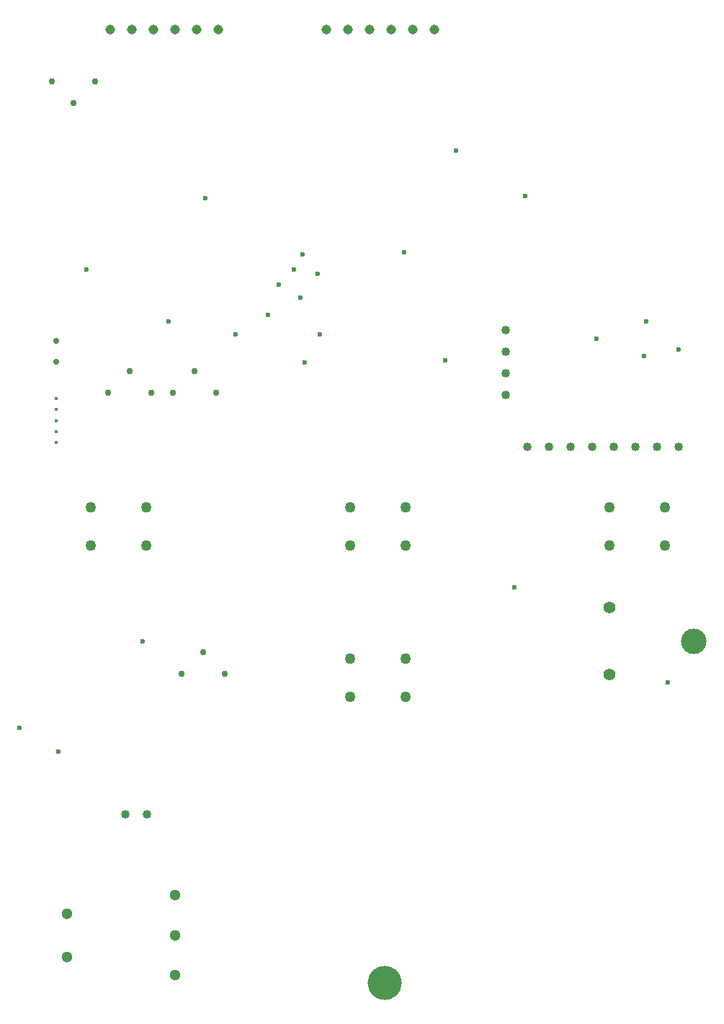
<source format=gbr>
G04 Generated by Ultiboard 14.0 *
%FSLAX33Y33*%
%MOMM*%

%ADD10C,0.001*%
%ADD11C,1.270*%
%ADD12C,0.750*%
%ADD13C,0.600*%
%ADD14C,0.700*%
%ADD15C,1.016*%
%ADD16C,1.143*%
%ADD17C,3.000*%
%ADD18C,1.397*%
%ADD19C,1.300*%
%ADD20C,0.406*%
%ADD21C,4.001*%


G04 ColorRGB 000000 for the following layer *
%LNDrill-Copper Top-Copper Bottom*%
%LPD*%
G54D11*
X9144Y34629D03*
X15663Y34629D03*
X9144Y39116D03*
X15663Y39116D03*
X39624Y34629D03*
X46143Y34629D03*
X39624Y39116D03*
X46143Y39116D03*
X70104Y34629D03*
X76623Y34629D03*
X70104Y39116D03*
X76623Y39116D03*
X39624Y16849D03*
X46143Y16849D03*
X39624Y21336D03*
X46143Y21336D03*
G54D12*
X4572Y89154D03*
X9652Y89154D03*
X7112Y86614D03*
X11176Y52578D03*
X16256Y52578D03*
X13716Y55118D03*
X18796Y52578D03*
X23876Y52578D03*
X21336Y55118D03*
X24892Y19558D03*
X19812Y19558D03*
X22352Y22098D03*
G54D13*
X33782Y63754D03*
X29972Y61722D03*
X31242Y65278D03*
X26162Y59436D03*
X8636Y67056D03*
X18288Y60960D03*
X22606Y75438D03*
X34036Y68834D03*
X36068Y59436D03*
X34290Y56134D03*
X50800Y56388D03*
X45974Y69088D03*
X68580Y58928D03*
X35814Y66548D03*
X74422Y60960D03*
X74168Y56896D03*
X78232Y57658D03*
X60198Y75692D03*
X52070Y81026D03*
X33020Y67056D03*
X58928Y29718D03*
X76962Y18542D03*
X5334Y10414D03*
X762Y13208D03*
X15240Y23368D03*
G54D14*
X5080Y58654D03*
X5080Y56154D03*
G54D15*
X57912Y52324D03*
X57912Y54864D03*
X57912Y57404D03*
X57912Y59944D03*
X60452Y46228D03*
X62992Y46228D03*
X65532Y46228D03*
X68072Y46228D03*
X70612Y46228D03*
X73152Y46228D03*
X75692Y46228D03*
X78232Y46228D03*
X13208Y3048D03*
X15748Y3048D03*
G54D16*
X11430Y95250D03*
X13970Y95250D03*
X16510Y95250D03*
X19050Y95250D03*
X21590Y95250D03*
X24130Y95250D03*
X36830Y95250D03*
X39370Y95250D03*
X41910Y95250D03*
X44450Y95250D03*
X46990Y95250D03*
X49530Y95250D03*
G54D17*
X80010Y23368D03*
G54D18*
X70104Y19418D03*
X70104Y27318D03*
G54D19*
X19050Y-6476D03*
X19050Y-11176D03*
X19050Y-15876D03*
X6350Y-13716D03*
X6350Y-8636D03*
G54D20*
X5080Y46676D03*
X5080Y47976D03*
X5080Y50576D03*
X5080Y49276D03*
X5080Y51876D03*
G54D21*
X43688Y-16764D03*

M02*

</source>
